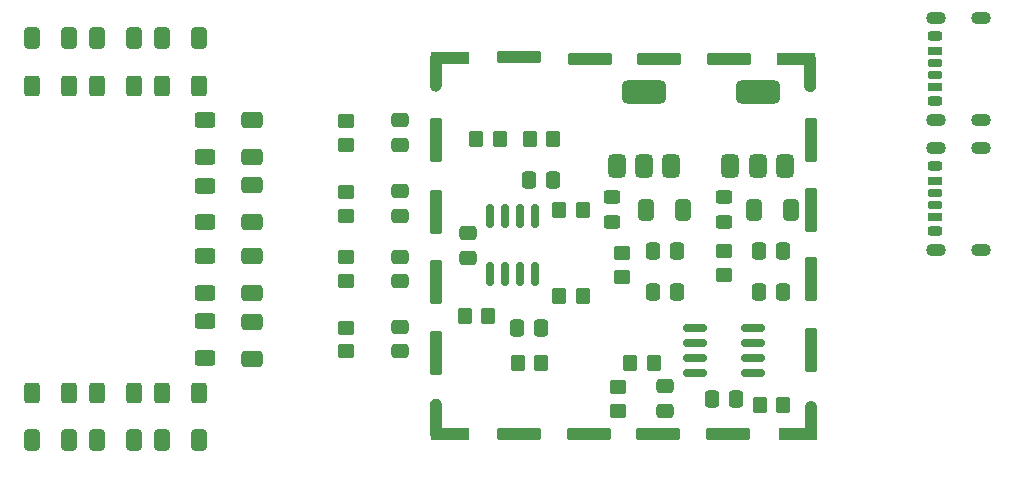
<source format=gtp>
G04 #@! TF.GenerationSoftware,KiCad,Pcbnew,9.0.3*
G04 #@! TF.CreationDate,2025-12-06T19:27:42+01:00*
G04 #@! TF.ProjectId,CheapDiffProbe,43686561-7044-4696-9666-50726f62652e,rev?*
G04 #@! TF.SameCoordinates,Original*
G04 #@! TF.FileFunction,Paste,Top*
G04 #@! TF.FilePolarity,Positive*
%FSLAX46Y46*%
G04 Gerber Fmt 4.6, Leading zero omitted, Abs format (unit mm)*
G04 Created by KiCad (PCBNEW 9.0.3) date 2025-12-06 19:27:42*
%MOMM*%
%LPD*%
G01*
G04 APERTURE LIST*
G04 Aperture macros list*
%AMRoundRect*
0 Rectangle with rounded corners*
0 $1 Rounding radius*
0 $2 $3 $4 $5 $6 $7 $8 $9 X,Y pos of 4 corners*
0 Add a 4 corners polygon primitive as box body*
4,1,4,$2,$3,$4,$5,$6,$7,$8,$9,$2,$3,0*
0 Add four circle primitives for the rounded corners*
1,1,$1+$1,$2,$3*
1,1,$1+$1,$4,$5*
1,1,$1+$1,$6,$7*
1,1,$1+$1,$8,$9*
0 Add four rect primitives between the rounded corners*
20,1,$1+$1,$2,$3,$4,$5,0*
20,1,$1+$1,$4,$5,$6,$7,0*
20,1,$1+$1,$6,$7,$8,$9,0*
20,1,$1+$1,$8,$9,$2,$3,0*%
%AMFreePoly0*
4,1,35,1.557403,0.488582,1.606066,0.456066,1.638582,0.407403,1.650000,0.350000,1.650000,0.212022,1.661940,0.191342,1.695722,0.065263,1.700000,0.000000,1.700000,-2.300000,1.695722,-2.365263,1.661940,-2.491342,1.596677,-2.604381,1.504381,-2.696677,1.391342,-2.761940,1.265263,-2.795722,1.134737,-2.795722,1.008658,-2.761940,0.895619,-2.696677,0.803323,-2.604381,0.738060,-2.491342,
0.704278,-2.365263,0.700000,-2.300000,0.700000,-0.500000,-1.500000,-0.500000,-1.557403,-0.488582,-1.606066,-0.456066,-1.638582,-0.407403,-1.650000,-0.350000,-1.650000,0.350000,-1.638582,0.407403,-1.606066,0.456066,-1.557403,0.488582,-1.500000,0.500000,1.500000,0.500000,1.557403,0.488582,1.557403,0.488582,$1*%
%AMFreePoly1*
4,1,35,1.557403,0.488582,1.606066,0.456066,1.638582,0.407403,1.650000,0.350000,1.650000,-0.350000,1.638582,-0.407403,1.606066,-0.456066,1.557403,-0.488582,1.500000,-0.500000,-0.600000,-0.500000,-0.600000,-2.300000,-0.604278,-2.365263,-0.638060,-2.491342,-0.703323,-2.604381,-0.795619,-2.696677,-0.908658,-2.761940,-1.034737,-2.795722,-1.165263,-2.795722,-1.291342,-2.761940,-1.404381,-2.696677,
-1.496677,-2.604381,-1.561940,-2.491342,-1.595722,-2.365263,-1.600000,-2.300000,-1.600000,-0.460119,-1.606066,-0.456066,-1.638582,-0.407403,-1.650000,-0.350000,-1.650000,0.350000,-1.638582,0.407403,-1.606066,0.456066,-1.557403,0.488582,-1.500000,0.500000,1.500000,0.500000,1.557403,0.488582,1.557403,0.488582,$1*%
%AMFreePoly2*
4,1,35,1.557403,0.488582,1.606066,0.456066,1.638582,0.407403,1.650000,0.350000,1.650000,0.212022,1.661940,0.191342,1.695722,0.065263,1.700000,0.000000,1.700000,-2.500000,1.695722,-2.565263,1.661940,-2.691342,1.596677,-2.804381,1.504381,-2.896677,1.391342,-2.961940,1.265263,-2.995722,1.134737,-2.995722,1.008658,-2.961940,0.895619,-2.896677,0.803323,-2.804381,0.738060,-2.691342,
0.704278,-2.565263,0.700000,-2.500000,0.700000,-0.500000,-1.500000,-0.500000,-1.557403,-0.488582,-1.606066,-0.456066,-1.638582,-0.407403,-1.650000,-0.350000,-1.650000,0.350000,-1.638582,0.407403,-1.606066,0.456066,-1.557403,0.488582,-1.500000,0.500000,1.500000,0.500000,1.557403,0.488582,1.557403,0.488582,$1*%
%AMFreePoly3*
4,1,35,1.391342,2.811940,1.504381,2.746677,1.596677,2.654381,1.661940,2.541342,1.695722,2.415263,1.700000,2.350000,1.700000,0.000000,1.695722,-0.065263,1.661940,-0.191342,1.650000,-0.212022,1.650000,-0.350000,1.638582,-0.407403,1.606066,-0.456066,1.557403,-0.488582,1.500000,-0.500000,-1.500000,-0.500000,-1.557403,-0.488582,-1.606066,-0.456066,-1.638582,-0.407403,-1.650000,-0.350000,
-1.650000,0.350000,-1.638582,0.407403,-1.606066,0.456066,-1.557403,0.488582,-1.500000,0.500000,0.700000,0.500000,0.700000,2.350000,0.704278,2.415263,0.738060,2.541342,0.803323,2.654381,0.895619,2.746677,1.008658,2.811940,1.134737,2.845722,1.265263,2.845722,1.391342,2.811940,1.391342,2.811940,$1*%
G04 Aperture macros list end*
%ADD10RoundRect,0.175000X0.425000X-0.175000X0.425000X0.175000X-0.425000X0.175000X-0.425000X-0.175000X0*%
%ADD11RoundRect,0.190000X-0.410000X0.190000X-0.410000X-0.190000X0.410000X-0.190000X0.410000X0.190000X0*%
%ADD12RoundRect,0.200000X-0.400000X0.200000X-0.400000X-0.200000X0.400000X-0.200000X0.400000X0.200000X0*%
%ADD13RoundRect,0.175000X-0.425000X0.175000X-0.425000X-0.175000X0.425000X-0.175000X0.425000X0.175000X0*%
%ADD14RoundRect,0.190000X0.410000X-0.190000X0.410000X0.190000X-0.410000X0.190000X-0.410000X-0.190000X0*%
%ADD15RoundRect,0.200000X0.400000X-0.200000X0.400000X0.200000X-0.400000X0.200000X-0.400000X-0.200000X0*%
%ADD16O,1.700000X1.100000*%
%ADD17RoundRect,0.250000X-0.350000X-0.450000X0.350000X-0.450000X0.350000X0.450000X-0.350000X0.450000X0*%
%ADD18RoundRect,0.250000X0.650000X-0.412500X0.650000X0.412500X-0.650000X0.412500X-0.650000X-0.412500X0*%
%ADD19RoundRect,0.250000X0.450000X-0.350000X0.450000X0.350000X-0.450000X0.350000X-0.450000X-0.350000X0*%
%ADD20RoundRect,0.250000X-0.412500X-0.650000X0.412500X-0.650000X0.412500X0.650000X-0.412500X0.650000X0*%
%ADD21RoundRect,0.250000X0.625000X-0.400000X0.625000X0.400000X-0.625000X0.400000X-0.625000X-0.400000X0*%
%ADD22RoundRect,0.250000X0.475000X-0.337500X0.475000X0.337500X-0.475000X0.337500X-0.475000X-0.337500X0*%
%ADD23RoundRect,0.250000X-0.337500X-0.475000X0.337500X-0.475000X0.337500X0.475000X-0.337500X0.475000X0*%
%ADD24RoundRect,0.375000X0.375000X-0.625000X0.375000X0.625000X-0.375000X0.625000X-0.375000X-0.625000X0*%
%ADD25RoundRect,0.500000X1.400000X-0.500000X1.400000X0.500000X-1.400000X0.500000X-1.400000X-0.500000X0*%
%ADD26RoundRect,0.250000X-0.400000X-0.625000X0.400000X-0.625000X0.400000X0.625000X-0.400000X0.625000X0*%
%ADD27RoundRect,0.250000X0.350000X0.450000X-0.350000X0.450000X-0.350000X-0.450000X0.350000X-0.450000X0*%
%ADD28FreePoly0,0.000000*%
%ADD29RoundRect,0.150000X0.350000X-1.750000X0.350000X1.750000X-0.350000X1.750000X-0.350000X-1.750000X0*%
%ADD30FreePoly1,180.000000*%
%ADD31RoundRect,0.150000X1.750000X0.350000X-1.750000X0.350000X-1.750000X-0.350000X1.750000X-0.350000X0*%
%ADD32FreePoly2,180.000000*%
%ADD33RoundRect,0.150000X-0.350000X1.750000X-0.350000X-1.750000X0.350000X-1.750000X0.350000X1.750000X0*%
%ADD34FreePoly3,180.000000*%
%ADD35RoundRect,0.250000X0.450000X-0.325000X0.450000X0.325000X-0.450000X0.325000X-0.450000X-0.325000X0*%
%ADD36RoundRect,0.150000X-0.150000X0.825000X-0.150000X-0.825000X0.150000X-0.825000X0.150000X0.825000X0*%
%ADD37RoundRect,0.150000X0.825000X0.150000X-0.825000X0.150000X-0.825000X-0.150000X0.825000X-0.150000X0*%
%ADD38RoundRect,0.250000X0.337500X0.475000X-0.337500X0.475000X-0.337500X-0.475000X0.337500X-0.475000X0*%
%ADD39RoundRect,0.250000X-0.450000X0.325000X-0.450000X-0.325000X0.450000X-0.325000X0.450000X0.325000X0*%
G04 APERTURE END LIST*
D10*
X158370000Y-67070000D03*
D11*
X158370000Y-65050000D03*
D12*
X158370000Y-63820000D03*
D13*
X158370000Y-66070000D03*
D14*
X158370000Y-68090000D03*
D15*
X158370000Y-69320000D03*
D16*
X158450000Y-70890000D03*
X162250000Y-70890000D03*
X158450000Y-62250000D03*
X162250000Y-62250000D03*
D17*
X126500000Y-74800000D03*
X128500000Y-74800000D03*
D18*
X100500000Y-68525000D03*
X100500000Y-65400000D03*
D19*
X108500000Y-62000000D03*
X108500000Y-60000000D03*
D20*
X87375000Y-87000000D03*
X90500000Y-87000000D03*
D21*
X96500000Y-68550000D03*
X96500000Y-65450000D03*
D20*
X81875000Y-87000000D03*
X85000000Y-87000000D03*
D18*
X100500000Y-63000000D03*
X100500000Y-59875000D03*
D22*
X113000000Y-62000000D03*
X113000000Y-59925000D03*
D23*
X134425000Y-71000000D03*
X136500000Y-71000000D03*
D24*
X141000000Y-63800000D03*
X143300000Y-63800000D03*
D25*
X143300000Y-57500000D03*
D24*
X145600000Y-63800000D03*
D18*
X100500000Y-80125000D03*
X100500000Y-77000000D03*
D20*
X92875000Y-87000000D03*
X96000000Y-87000000D03*
D19*
X131800000Y-73200000D03*
X131800000Y-71200000D03*
D23*
X143425000Y-71000000D03*
X145500000Y-71000000D03*
D22*
X135500000Y-84500000D03*
X135500000Y-82425000D03*
D21*
X96500000Y-74550000D03*
X96500000Y-71450000D03*
D26*
X87400000Y-83000000D03*
X90500000Y-83000000D03*
D17*
X119500000Y-61500000D03*
X121500000Y-61500000D03*
D19*
X108500000Y-73500000D03*
X108500000Y-71500000D03*
D10*
X158370000Y-56070000D03*
D11*
X158370000Y-54050000D03*
D12*
X158370000Y-52820000D03*
D13*
X158370000Y-55070000D03*
D14*
X158370000Y-57090000D03*
D15*
X158370000Y-58320000D03*
D16*
X158450000Y-59890000D03*
X162250000Y-59890000D03*
X158450000Y-51250000D03*
X162250000Y-51250000D03*
D19*
X108500000Y-68000000D03*
X108500000Y-66000000D03*
D20*
X142975000Y-67500000D03*
X146100000Y-67500000D03*
D18*
X100500000Y-74562500D03*
X100500000Y-71437500D03*
D26*
X92900000Y-57000000D03*
X96000000Y-57000000D03*
D22*
X113000000Y-79500000D03*
X113000000Y-77425000D03*
X113000000Y-68000000D03*
X113000000Y-65925000D03*
D27*
X125000000Y-80500000D03*
X123000000Y-80500000D03*
D24*
X131400000Y-63800000D03*
X133700000Y-63800000D03*
D25*
X133700000Y-57500000D03*
D24*
X136000000Y-63800000D03*
D28*
X146600000Y-54700000D03*
D29*
X147800000Y-61600000D03*
X147800000Y-67500000D03*
X147800000Y-73400000D03*
X147800000Y-79400000D03*
D30*
X146700000Y-86500000D03*
D31*
X140800000Y-86500000D03*
X134900000Y-86500000D03*
X129000000Y-86500000D03*
X123120000Y-86500000D03*
D32*
X117300000Y-86500000D03*
D33*
X116100000Y-79600000D03*
X116100000Y-73600000D03*
X116100000Y-67700000D03*
X116100000Y-61600000D03*
D34*
X117300000Y-54650000D03*
D31*
X123100000Y-54600000D03*
X129100000Y-54700000D03*
X135000000Y-54700000D03*
X140900000Y-54700000D03*
D35*
X140500000Y-68500000D03*
X140500000Y-66450000D03*
D22*
X118750000Y-71575000D03*
X118750000Y-69500000D03*
D19*
X131500000Y-84500000D03*
X131500000Y-82500000D03*
D23*
X139425000Y-83500000D03*
X141500000Y-83500000D03*
D21*
X96500000Y-63000000D03*
X96500000Y-59900000D03*
D23*
X123925000Y-65000000D03*
X126000000Y-65000000D03*
X143425000Y-74500000D03*
X145500000Y-74500000D03*
D17*
X124000000Y-61500000D03*
X126000000Y-61500000D03*
D19*
X140500000Y-73000000D03*
X140500000Y-71000000D03*
D26*
X81900000Y-57000000D03*
X85000000Y-57000000D03*
D22*
X113000000Y-73537500D03*
X113000000Y-71462500D03*
D20*
X92875000Y-53000000D03*
X96000000Y-53000000D03*
D36*
X124500000Y-68000000D03*
X123230000Y-68000000D03*
X121960000Y-68000000D03*
X120690000Y-68000000D03*
X120690000Y-72950000D03*
X121960000Y-72950000D03*
X123230000Y-72950000D03*
X124500000Y-72950000D03*
D17*
X126500000Y-67500000D03*
X128500000Y-67500000D03*
D20*
X87375000Y-53000000D03*
X90500000Y-53000000D03*
D23*
X134425000Y-74500000D03*
X136500000Y-74500000D03*
D17*
X118500000Y-76500000D03*
X120500000Y-76500000D03*
D26*
X92900000Y-83000000D03*
X96000000Y-83000000D03*
D37*
X142950000Y-81310000D03*
X142950000Y-80040000D03*
X142950000Y-78770000D03*
X142950000Y-77500000D03*
X138000000Y-77500000D03*
X138000000Y-78770000D03*
X138000000Y-80040000D03*
X138000000Y-81310000D03*
D20*
X133875000Y-67500000D03*
X137000000Y-67500000D03*
D26*
X87400000Y-57000000D03*
X90500000Y-57000000D03*
D20*
X81875000Y-53000000D03*
X85000000Y-53000000D03*
D38*
X125000000Y-77500000D03*
X122925000Y-77500000D03*
D19*
X108500000Y-79500000D03*
X108500000Y-77500000D03*
D21*
X96500000Y-80050000D03*
X96500000Y-76950000D03*
D26*
X81900000Y-83000000D03*
X85000000Y-83000000D03*
D17*
X143500000Y-84000000D03*
X145500000Y-84000000D03*
D27*
X134500000Y-80500000D03*
X132500000Y-80500000D03*
D39*
X131000000Y-66450000D03*
X131000000Y-68500000D03*
M02*

</source>
